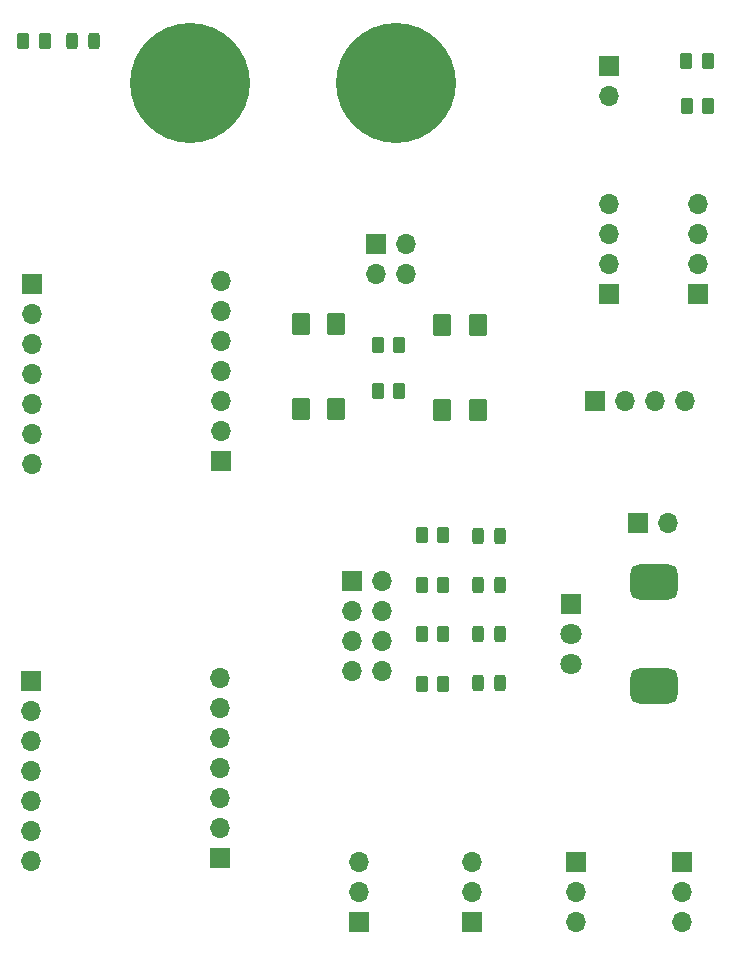
<source format=gbr>
%TF.GenerationSoftware,KiCad,Pcbnew,8.0.4-8.0.4-0~ubuntu22.04.1*%
%TF.CreationDate,2024-07-18T16:31:12+02:00*%
%TF.ProjectId,DevBoardESP32XIAO,44657642-6f61-4726-9445-535033325849,1.3*%
%TF.SameCoordinates,Original*%
%TF.FileFunction,Soldermask,Top*%
%TF.FilePolarity,Negative*%
%FSLAX46Y46*%
G04 Gerber Fmt 4.6, Leading zero omitted, Abs format (unit mm)*
G04 Created by KiCad (PCBNEW 8.0.4-8.0.4-0~ubuntu22.04.1) date 2024-07-18 16:31:12*
%MOMM*%
%LPD*%
G01*
G04 APERTURE LIST*
G04 Aperture macros list*
%AMRoundRect*
0 Rectangle with rounded corners*
0 $1 Rounding radius*
0 $2 $3 $4 $5 $6 $7 $8 $9 X,Y pos of 4 corners*
0 Add a 4 corners polygon primitive as box body*
4,1,4,$2,$3,$4,$5,$6,$7,$8,$9,$2,$3,0*
0 Add four circle primitives for the rounded corners*
1,1,$1+$1,$2,$3*
1,1,$1+$1,$4,$5*
1,1,$1+$1,$6,$7*
1,1,$1+$1,$8,$9*
0 Add four rect primitives between the rounded corners*
20,1,$1+$1,$2,$3,$4,$5,0*
20,1,$1+$1,$4,$5,$6,$7,0*
20,1,$1+$1,$6,$7,$8,$9,0*
20,1,$1+$1,$8,$9,$2,$3,0*%
G04 Aperture macros list end*
%ADD10R,1.700000X1.700000*%
%ADD11O,1.700000X1.700000*%
%ADD12RoundRect,0.250000X-0.262500X-0.450000X0.262500X-0.450000X0.262500X0.450000X-0.262500X0.450000X0*%
%ADD13RoundRect,0.243750X-0.243750X-0.456250X0.243750X-0.456250X0.243750X0.456250X-0.243750X0.456250X0*%
%ADD14RoundRect,0.102000X-0.700000X0.800000X-0.700000X-0.800000X0.700000X-0.800000X0.700000X0.800000X0*%
%ADD15R,1.800000X1.800000*%
%ADD16C,1.800000*%
%ADD17RoundRect,0.750000X-1.250000X-0.750000X1.250000X-0.750000X1.250000X0.750000X-1.250000X0.750000X0*%
%ADD18C,10.160000*%
G04 APERTURE END LIST*
D10*
%TO.C,J12*%
X87121000Y-57311000D03*
D11*
X89661000Y-57311000D03*
X92201000Y-57311000D03*
X94741000Y-57311000D03*
%TD*%
D10*
%TO.C,J14*%
X66571000Y-72566000D03*
D11*
X69111000Y-72566000D03*
X66571000Y-75106000D03*
X69111000Y-75106000D03*
X66571000Y-77646000D03*
X69111000Y-77646000D03*
X66571000Y-80186000D03*
X69111000Y-80186000D03*
%TD*%
D10*
%TO.C,J9*%
X88336000Y-28946000D03*
D11*
X88336000Y-31486000D03*
%TD*%
D10*
%TO.C,J2*%
X39418000Y-80973000D03*
D11*
X39418000Y-83513000D03*
X39418000Y-86053000D03*
X39418000Y-88593000D03*
X39418000Y-91133000D03*
X39418000Y-93673000D03*
X39418000Y-96213000D03*
%TD*%
D10*
%TO.C,J3*%
X55436000Y-62366000D03*
D11*
X55436000Y-59826000D03*
X55436000Y-57286000D03*
X55436000Y-54746000D03*
X55436000Y-52206000D03*
X55436000Y-49666000D03*
X55436000Y-47126000D03*
%TD*%
D10*
%TO.C,J4*%
X55418000Y-95973000D03*
D11*
X55418000Y-93433000D03*
X55418000Y-90893000D03*
X55418000Y-88353000D03*
X55418000Y-85813000D03*
X55418000Y-83273000D03*
X55418000Y-80733000D03*
%TD*%
D12*
%TO.C,R9*%
X38741000Y-26801000D03*
X40566000Y-26801000D03*
%TD*%
D10*
%TO.C,J6*%
X88336000Y-48186000D03*
D11*
X88336000Y-45646000D03*
X88336000Y-43106000D03*
X88336000Y-40566000D03*
%TD*%
D13*
%TO.C,D3*%
X77248500Y-77036000D03*
X79123500Y-77036000D03*
%TD*%
D12*
%TO.C,R5*%
X72461000Y-68661000D03*
X74286000Y-68661000D03*
%TD*%
D13*
%TO.C,D5*%
X42826000Y-26846000D03*
X44701000Y-26846000D03*
%TD*%
D12*
%TO.C,R8*%
X72461000Y-81211000D03*
X74286000Y-81211000D03*
%TD*%
D10*
%TO.C,J11*%
X76711000Y-101386000D03*
D11*
X76711000Y-98846000D03*
X76711000Y-96306000D03*
%TD*%
D10*
%TO.C,J17*%
X90736000Y-67586000D03*
D11*
X93276000Y-67586000D03*
%TD*%
D14*
%TO.C,S2*%
X74186000Y-50873500D03*
X74186000Y-58073500D03*
X77186000Y-50873500D03*
X77186000Y-58073500D03*
%TD*%
D10*
%TO.C,J1*%
X39436000Y-47366000D03*
D11*
X39436000Y-49906000D03*
X39436000Y-52446000D03*
X39436000Y-54986000D03*
X39436000Y-57526000D03*
X39436000Y-60066000D03*
X39436000Y-62606000D03*
%TD*%
D15*
%TO.C,RV1*%
X85086000Y-74511000D03*
D16*
X85086000Y-77011000D03*
X85086000Y-79511000D03*
D17*
X92086000Y-72611000D03*
X92086000Y-81411000D03*
%TD*%
D12*
%TO.C,R3*%
X68736000Y-56461000D03*
X70561000Y-56461000D03*
%TD*%
%TO.C,R4*%
X68736000Y-52511000D03*
X70561000Y-52511000D03*
%TD*%
D18*
%TO.C,J16*%
X70261000Y-30361000D03*
%TD*%
D13*
%TO.C,D1*%
X77248500Y-68736000D03*
X79123500Y-68736000D03*
%TD*%
D14*
%TO.C,S1*%
X62211000Y-50761000D03*
X62211000Y-57961000D03*
X65211000Y-50761000D03*
X65211000Y-57961000D03*
%TD*%
D10*
%TO.C,J8*%
X67161000Y-101386000D03*
D11*
X67161000Y-98846000D03*
X67161000Y-96306000D03*
%TD*%
D13*
%TO.C,D2*%
X77248500Y-72886000D03*
X79123500Y-72886000D03*
%TD*%
D18*
%TO.C,J15*%
X52836000Y-30361000D03*
%TD*%
D12*
%TO.C,R2*%
X94886000Y-32311000D03*
X96711000Y-32311000D03*
%TD*%
D10*
%TO.C,J10*%
X94536000Y-96336000D03*
D11*
X94536000Y-98876000D03*
X94536000Y-101416000D03*
%TD*%
D13*
%TO.C,D4*%
X77248500Y-81186000D03*
X79123500Y-81186000D03*
%TD*%
D12*
%TO.C,R7*%
X72461000Y-77027700D03*
X74286000Y-77027700D03*
%TD*%
%TO.C,R1*%
X94861000Y-28461000D03*
X96686000Y-28461000D03*
%TD*%
D10*
%TO.C,J5*%
X95886000Y-48186000D03*
D11*
X95886000Y-45646000D03*
X95886000Y-43106000D03*
X95886000Y-40566000D03*
%TD*%
D12*
%TO.C,R6*%
X72461000Y-72844300D03*
X74286000Y-72844300D03*
%TD*%
D10*
%TO.C,J7*%
X85536000Y-96336000D03*
D11*
X85536000Y-98876000D03*
X85536000Y-101416000D03*
%TD*%
D10*
%TO.C,J13*%
X68546000Y-44021000D03*
D11*
X71086000Y-44021000D03*
X68546000Y-46561000D03*
X71086000Y-46561000D03*
%TD*%
M02*

</source>
